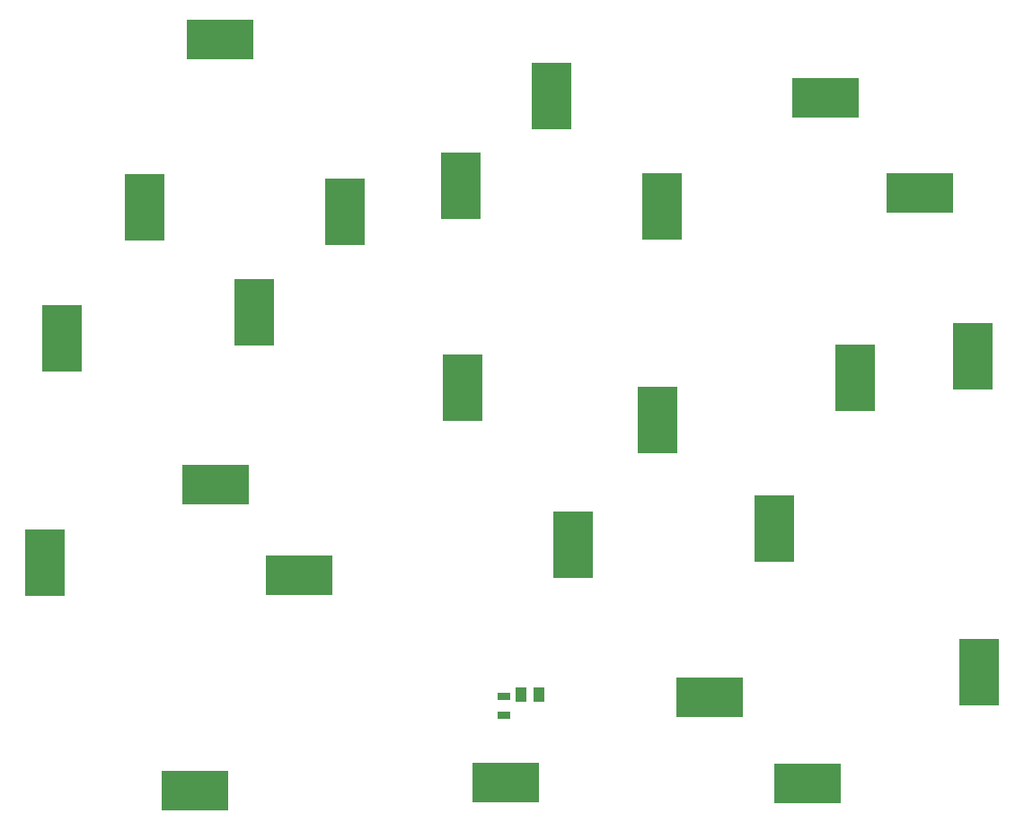
<source format=gtp>
G75*
%MOIN*%
%OFA0B0*%
%FSLAX25Y25*%
%IPPOS*%
%LPD*%
%AMOC8*
5,1,8,0,0,1.08239X$1,22.5*
%
%ADD10R,0.04724X0.03150*%
%ADD11R,0.15000X0.25000*%
%ADD12R,0.25000X0.15000*%
%ADD13R,0.03937X0.05709*%
D10*
X0225580Y0092981D03*
X0225580Y0100068D03*
D11*
X0251339Y0156320D03*
X0282733Y0202713D03*
X0325867Y0162383D03*
X0356119Y0218461D03*
X0399702Y0226335D03*
X0284253Y0282068D03*
X0243363Y0323107D03*
X0209646Y0289863D03*
X0166828Y0279957D03*
X0133111Y0242619D03*
X0092339Y0281690D03*
X0061536Y0233013D03*
X0055213Y0149721D03*
X0210174Y0214682D03*
X0402087Y0109154D03*
D12*
X0110887Y0064938D03*
X0149643Y0145198D03*
X0118682Y0178835D03*
X0226257Y0068150D03*
X0301910Y0099820D03*
X0338461Y0067875D03*
X0380115Y0286930D03*
X0344902Y0322536D03*
X0120351Y0344017D03*
D13*
X0232154Y0100658D03*
X0238611Y0100658D03*
M02*

</source>
